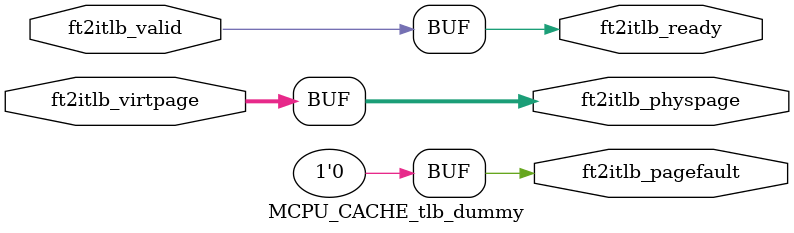
<source format=v>
/* MCPU_CACHE_tlb_dummy
 * Dummy TLB for use before real TLB is ready.
 *
 * This module implements a simple direct-mapping TLB.  It currently uses
 * the zero-cycle protocol, in which the data is returned on the same cycle
 * as the address is submitted.
 *
 * This protocol will likely have to change as we begin synthesizing: RAM
 * reads in zero cycles will result in pretty poor performance in synthesis.
 */

module MCPU_CACHE_tlb_dummy(/*AUTOARG*/
   // Outputs
   ft2itlb_pagefault, ft2itlb_physpage, ft2itlb_ready,
   // Inputs
   ft2itlb_valid, ft2itlb_virtpage
   );

	input ft2itlb_valid;
	input [19:0] ft2itlb_virtpage;
	
	output wire ft2itlb_pagefault = 0;
	output wire [19:0] ft2itlb_physpage = ft2itlb_virtpage;
	output wire ft2itlb_ready = ft2itlb_valid;

endmodule

</source>
